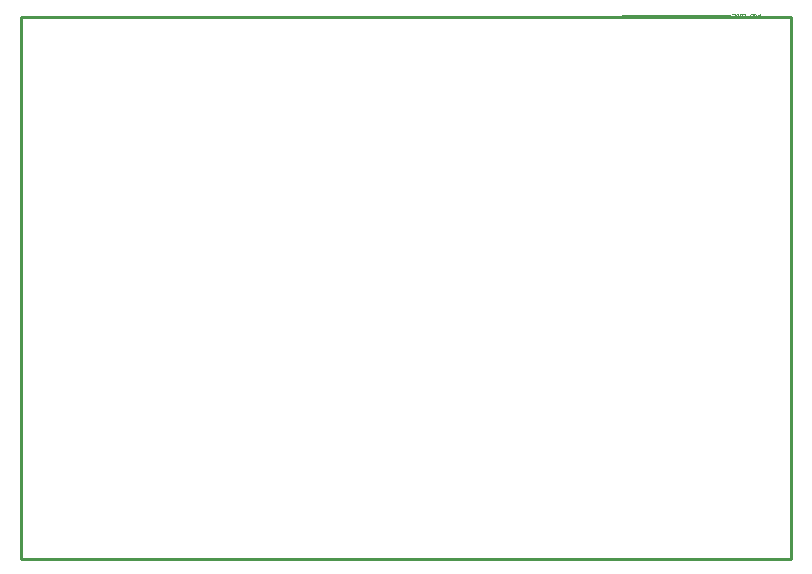
<source format=gm1>
G04*
G04 #@! TF.GenerationSoftware,Altium Limited,Altium Designer,23.4.1 (23)*
G04*
G04 Layer_Color=16711935*
%FSLAX25Y25*%
%MOIN*%
G70*
G04*
G04 #@! TF.SameCoordinates,34C706FF-D981-4061-8AA4-72CC7803A1E3*
G04*
G04*
G04 #@! TF.FilePolarity,Positive*
G04*
G01*
G75*
%ADD13C,0.00394*%
%ADD16C,0.01000*%
D13*
X200925Y181890D02*
X237008D01*
X246850Y182283D02*
Y181103D01*
X246260D01*
X246063Y181299D01*
Y181693D01*
X246260Y181890D01*
X246850D01*
X244882Y181299D02*
X245079Y181103D01*
X245473D01*
X245670Y181299D01*
Y182087D01*
X245473Y182283D01*
X245079D01*
X244882Y182087D01*
X244489Y181103D02*
Y182283D01*
X243899D01*
X243702Y182087D01*
Y181890D01*
X243899Y181693D01*
X244489D01*
X243899D01*
X243702Y181496D01*
Y181299D01*
X243899Y181103D01*
X244489D01*
X241340D02*
X242127D01*
Y182283D01*
X241340D01*
X242127Y181693D02*
X241734D01*
X240947Y181103D02*
Y182283D01*
X240356D01*
X240160Y182087D01*
Y181299D01*
X240356Y181103D01*
X240947D01*
X238979Y181299D02*
X239176Y181103D01*
X239569D01*
X239766Y181299D01*
Y182087D01*
X239569Y182283D01*
X239176D01*
X238979Y182087D01*
Y181693D01*
X239372D01*
X237798Y181103D02*
X238585D01*
Y182283D01*
X237798D01*
X238585Y181693D02*
X238192D01*
D16*
X591Y689D02*
X93947D01*
X591Y181398D02*
X257283D01*
X591D02*
X591Y689D01*
X171407D02*
X257283D01*
X257283Y181398D02*
X257283Y689D01*
X93947D02*
X171407D01*
M02*

</source>
